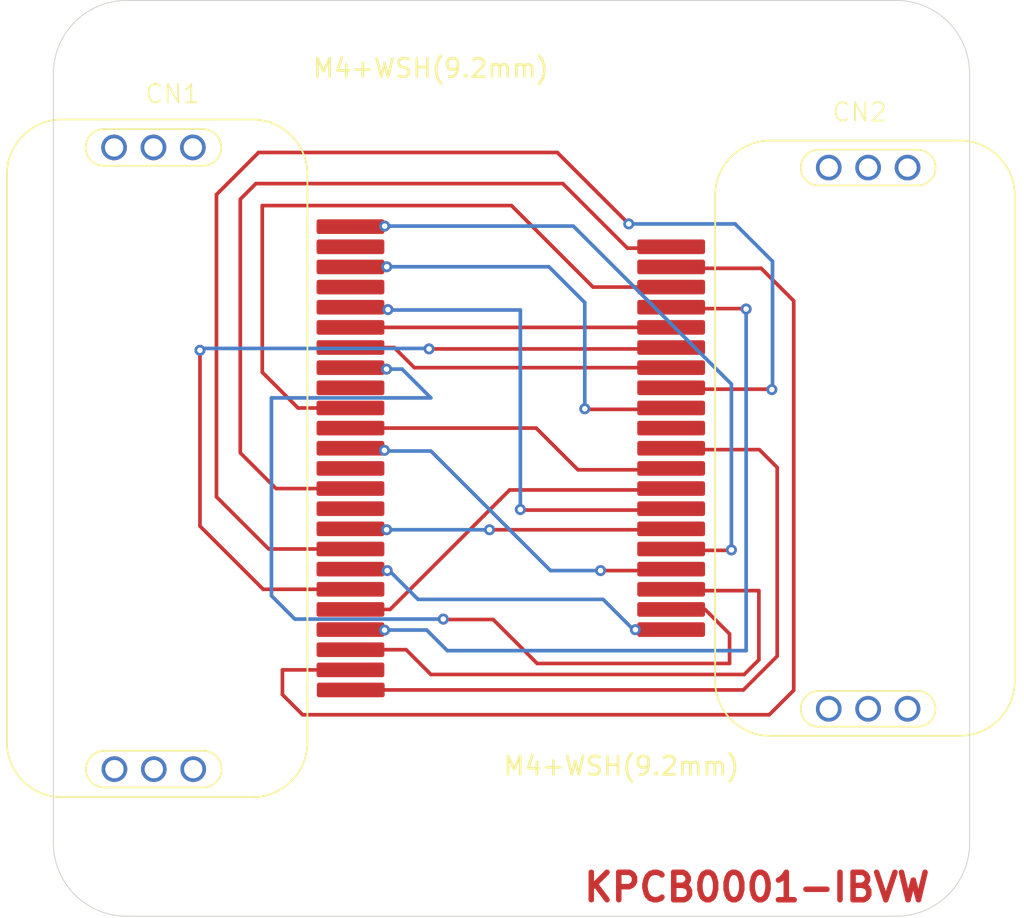
<source format=kicad_pcb>
(kicad_pcb (version 20241229) (generator "pcbnew") (generator_version "9.0")
  (layers (0 "F.Cu" signal) (2 "B.Cu" signal) (13 "F.Paste" user) (15 "B.Paste" user) (5 "F.SilkS" user "F.Silkscreen") (7 "B.SilkS" user "B.Silkscreen") (1 "F.Mask" user) (3 "B.Mask" user) (25 "Edge.Cuts" user))
  (net 0 "")
  (net 1 "/CELL_IN_1(-)_GND")
  (net 2 "CELL_IN_9")
  (net 3 "/TEMP_2")
  (net 4 "CELL_IN_6")
  (net 5 "CELL_IN_7")
  (net 6 "CELL_IN_5")
  (net 8 "CELL_IN_2")
  (net 9 "/CELL_IN_1")
  (net 10 "CELL_IN_10")
  (net 11 "CELL_IN_11")
  (net 12 "/CELL_IN_3")
  (net 13 "/TEMP_GND_2")
  (net 14 "CELL_IN_1(-)")
  (net 15 "CELL_IN_12_PWR")
  (net 16 "/TEMP_GND_1")
  (net 17 "/TEMP_1")
  (net 19 "CELL_IN_12")
  (net 20 "CELL_IN_4")
  (net 21 "CELL_IN_8")
  (footprint "MountingHole:MountingHole_4.3mm_M4" (layer "F.Cu") (at 174.4 86.8)
    (property "Reference" "M4+WSH(9.2mm)" (at -11.8 -1.1 0) (layer "F.SilkS"))
    (property "Value" "MountingHole_4.3mm_M4")
    (pad "" np_thru_hole circle (at 0 0) (size 4.3 4.3) (drill 4.3) (layers "*.Cu" "*.Mask"))
  )
  (footprint "Library:GT25H2-24DP-2.2H(99)" (layer "F.Cu") (at 160.4625 107 -90)
    (property "Reference" "CN1" (at -19.9 11.9625 0) (layer "F.SilkS") (effects (font (thickness 0.1))))
    (property "Value" "GT25H2-24DP-2.2H")
    (fp_line (start 15.5 21) (end -15.5 21) (stroke (width 0.1)) (layer "F.SilkS"))
    (fp_line (start -18.5 18) (end -18.5 7.6) (stroke (width 0.1)) (layer "F.SilkS"))
    (fp_line (start -17.975 15.7) (end -17.975 10.351249) (stroke (width 0.1)) (layer "F.SilkS"))
    (fp_line (start 15.97 15.68) (end 15.97 10.331249) (stroke (width 0.1)) (layer "F.SilkS"))
    (fp_line (start -15.975 10.351244) (end -15.975 15.7) (stroke (width 0.1)) (layer "F.SilkS"))
    (fp_line (start 17.97 10.331244) (end 17.97 15.68) (stroke (width 0.1)) (layer "F.SilkS"))
    (fp_line (start 18.5 7.6) (end 18.5 18) (stroke (width 0.1)) (layer "F.SilkS"))
    (fp_line (start -15.5 4.6) (end 15.5 4.6) (stroke (width 0.1)) (layer "F.SilkS"))
    (fp_arc (start -15.5 21) (mid -17.62132 20.12132) (end -18.5 18) (stroke (width 0.1)) (layer "F.SilkS"))
    (fp_arc (start 18.5 18) (mid 17.62132 20.12132) (end 15.5 21) (stroke (width 0.1)) (layer "F.SilkS"))
    (fp_arc (start -15.975 15.7) (mid -16.975 16.7) (end -17.975 15.7) (stroke (width 0.1)) (layer "F.SilkS"))
    (fp_arc (start 17.97 15.68) (mid 16.97 16.68) (end 15.97 15.68) (stroke (width 0.1)) (layer "F.SilkS"))
    (fp_arc (start -17.975 10.351249) (mid -16.975 9.3) (end -15.975 10.351249) (stroke (width 0.1)) (layer "F.SilkS"))
    (fp_arc (start 15.97 10.331249) (mid 16.97 9.28) (end 17.97 10.331249) (stroke (width 0.1)) (layer "F.SilkS"))
    (fp_arc (start -18.5 7.6) (mid -17.62132 5.47868) (end -15.5 4.6) (stroke (width 0.1)) (layer "F.SilkS"))
    (fp_arc (start 15.5 4.6) (mid 17.62132 5.47868) (end 18.5 7.6) (stroke (width 0.1)) (layer "F.SilkS"))
    (pad "" np_thru_hole circle (at -16.975 10.85 270) (size 1.4 1.4) (drill 1) (layers "*.Cu" "*.Mask"))
    (pad "" np_thru_hole circle (at -16.975 13 270) (size 1.4 1.4) (drill 1) (layers "*.Cu" "*.Mask"))
    (pad "" np_thru_hole circle (at -16.975 15.15 270) (size 1.4 1.4) (drill 1) (layers "*.Cu" "*.Mask"))
    (pad "" np_thru_hole circle (at 16.97 10.83 270) (size 1.4 1.4) (drill 1) (layers "*.Cu" "*.Mask"))
    (pad "" np_thru_hole circle (at 16.97 12.98 270) (size 1.4 1.4) (drill 1) (layers "*.Cu" "*.Mask"))
    (pad "" np_thru_hole circle (at 16.97 15.13 270) (size 1.4 1.4) (drill 1) (layers "*.Cu" "*.Mask"))
    (pad "1" smd roundrect (at 11.55 2.25 270) (size 0.8 3.7) (layers "F.Cu" "F.Mask" "F.Paste") (roundrect_rratio 0.15) (net 17 "/TEMP_1"))
    (pad "2" smd roundrect (at 9.35 2.25 270) (size 0.8 3.7) (layers "F.Cu" "F.Mask" "F.Paste") (roundrect_rratio 0.15) (net 3 "/TEMP_2"))
    (pad "3" smd roundrect (at 7.15 2.25 270) (size 0.8 3.7) (layers "F.Cu" "F.Mask" "F.Paste") (roundrect_rratio 0.15) (net 16 "/TEMP_GND_1"))
    (pad "4" smd roundrect (at 4.95 2.25 270) (size 0.8 3.7) (layers "F.Cu" "F.Mask" "F.Paste") (roundrect_rratio 0.15) (net 13 "/TEMP_GND_2"))
    (pad "5" smd roundrect (at 2.75 2.25 270) (size 0.8 3.7) (layers "F.Cu" "F.Mask" "F.Paste") (roundrect_rratio 0.15))
    (pad "6" smd roundrect (at 0.55 2.25 270) (size 0.8 3.7) (layers "F.Cu" "F.Mask" "F.Paste") (roundrect_rratio 0.15))
    (pad "7" smd roundrect (at -1.65 2.25 270) (size 0.8 3.7) (layers "F.Cu" "F.Mask" "F.Paste") (roundrect_rratio 0.15) (net 1 "/CELL_IN_1(-)_GND"))
    (pad "8" smd roundrect (at -3.85 2.25 270) (size 0.8 3.7) (layers "F.Cu" "F.Mask" "F.Paste") (roundrect_rratio 0.15))
    (pad "9" smd roundrect (at -6.05 2.25 270) (size 0.8 3.7) (layers "F.Cu" "F.Mask" "F.Paste") (roundrect_rratio 0.15) (net 14 "CELL_IN_1(-)"))
    (pad "10" smd roundrect (at -8.25 2.25 270) (size 0.8 3.7) (layers "F.Cu" "F.Mask" "F.Paste") (roundrect_rratio 0.15) (net 9 "/CELL_IN_1"))
    (pad "11" smd roundrect (at -10.45 2.25 270) (size 0.8 3.7) (layers "F.Cu" "F.Mask" "F.Paste") (roundrect_rratio 0.15) (net 8 "CELL_IN_2"))
    (pad "12" smd roundrect (at -12.65 2.25 270) (size 0.8 3.7) (layers "F.Cu" "F.Mask" "F.Paste") (roundrect_rratio 0.15) (net 12 "/CELL_IN_3"))
    (pad "13" smd roundrect (at 12.646229 2.234045 270) (size 0.8 3.7) (layers "F.Cu" "F.Mask" "F.Paste") (roundrect_rratio 0.15) (net 20 "CELL_IN_4"))
    (pad "14" smd roundrect (at 10.45 2.25 270) (size 0.8 3.7) (layers "F.Cu" "F.Mask" "F.Paste") (roundrect_rratio 0.15) (net 6 "CELL_IN_5"))
    (pad "15" smd roundrect (at 8.25 2.25 270) (size 0.8 3.7) (layers "F.Cu" "F.Mask" "F.Paste") (roundrect_rratio 0.15) (net 4 "CELL_IN_6"))
    (pad "16" smd roundrect (at 6.05 2.25 270) (size 0.8 3.7) (layers "F.Cu" "F.Mask" "F.Paste") (roundrect_rratio 0.15) (net 5 "CELL_IN_7"))
    (pad "17" smd roundrect (at 3.85 2.25 270) (size 0.8 3.7) (layers "F.Cu" "F.Mask" "F.Paste") (roundrect_rratio 0.15) (net 21 "CELL_IN_8"))
    (pad "18" smd roundrect (at 1.65 2.25 270) (size 0.8 3.7) (layers "F.Cu" "F.Mask" "F.Paste") (roundrect_rratio 0.15) (net 2 "CELL_IN_9"))
    (pad "19" smd roundrect (at -0.55 2.25 270) (size 0.8 3.7) (layers "F.Cu" "F.Mask" "F.Paste") (roundrect_rratio 0.15) (net 10 "CELL_IN_10"))
    (pad "20" smd roundrect (at -2.75 2.25 270) (size 0.8 3.7) (layers "F.Cu" "F.Mask" "F.Paste") (roundrect_rratio 0.15) (net 11 "CELL_IN_11"))
    (pad "21" smd roundrect (at -4.95 2.25 270) (size 0.8 3.7) (layers "F.Cu" "F.Mask" "F.Paste") (roundrect_rratio 0.15) (net 19 "CELL_IN_12"))
    (pad "22" smd roundrect (at -7.15 2.25 270) (size 0.8 3.7) (layers "F.Cu" "F.Mask" "F.Paste") (roundrect_rratio 0.15) (net 15 "CELL_IN_12_PWR"))
    (pad "23" smd roundrect (at -9.35 2.25 270) (size 0.8 3.7) (layers "F.Cu" "F.Mask" "F.Paste") (roundrect_rratio 0.15))
    (pad "24" smd roundrect (at -11.55 2.25 270) (size 0.8 3.7) (layers "F.Cu" "F.Mask" "F.Paste") (roundrect_rratio 0.15))
  )
  (footprint "Library:GT25H2-20DP-2.2H(99)" (layer "F.Cu") (at 173.4625 105.9 90)
    (property "Reference" "CN2" (at 17.8 12.5375 0) (layer "F.SilkS") (effects (font (thickness 0.1))))
    (property "Value" "GT25H2-20DP-2.2H")
    (fp_line (start -13.25 4.65) (end 13.25 4.65) (stroke (width 0.1)) (layer "F.SilkS"))
    (fp_line (start 16.25 7.65) (end 16.25 18) (stroke (width 0.1)) (layer "F.SilkS"))
    (fp_line (start 15.749591 10.358665) (end 15.75 15.7) (stroke (width 0.1)) (layer "F.SilkS"))
    (fp_line (start -13.800409 10.358665) (end -13.8 15.7) (stroke (width 0.1)) (layer "F.SilkS"))
    (fp_line (start 13.8 15.7) (end 13.8 10.351249) (stroke (width 0.1)) (layer "F.SilkS"))
    (fp_line (start -15.75 15.7) (end -15.75 10.351249) (stroke (width 0.1)) (layer "F.SilkS"))
    (fp_line (start -16.25 18) (end -16.25 7.65) (stroke (width 0.1)) (layer "F.SilkS"))
    (fp_line (start 13.25 21) (end -13.25 21) (stroke (width 0.1)) (layer "F.SilkS"))
    (fp_arc (start 13.25 4.65) (mid 15.37132 5.52868) (end 16.25 7.65) (stroke (width 0.1)) (layer "F.SilkS"))
    (fp_arc (start -16.25 7.65) (mid -15.37132 5.52868) (end -13.25 4.65) (stroke (width 0.1)) (layer "F.SilkS"))
    (fp_arc (start 13.8 10.351249) (mid 14.778714 9.324975) (end 15.749591 10.358665) (stroke (width 0.1)) (layer "F.SilkS"))
    (fp_arc (start -15.75 10.351249) (mid -14.771286 9.324975) (end -13.800409 10.358665) (stroke (width 0.1)) (layer "F.SilkS"))
    (fp_arc (start 15.75 15.7) (mid 14.775 16.675) (end 13.8 15.7) (stroke (width 0.1)) (layer "F.SilkS"))
    (fp_arc (start -13.8 15.7) (mid -14.775 16.675) (end -15.75 15.7) (stroke (width 0.1)) (layer "F.SilkS"))
    (fp_arc (start 16.25 18) (mid 15.37132 20.12132) (end 13.25 21) (stroke (width 0.1)) (layer "F.SilkS"))
    (fp_arc (start -13.25 21) (mid -15.37132 20.12132) (end -16.25 18) (stroke (width 0.1)) (layer "F.SilkS"))
    (pad "" np_thru_hole circle (at -14.775 10.85 90) (size 1.4 1.4) (drill 1) (layers "*.Cu" "*.Mask"))
    (pad "" np_thru_hole circle (at -14.775 13 90) (size 1.4 1.4) (drill 1) (layers "*.Cu" "*.Mask"))
    (pad "" np_thru_hole circle (at -14.775 15.15 90) (size 1.4 1.4) (drill 1) (layers "*.Cu" "*.Mask"))
    (pad "" np_thru_hole circle (at 14.775 10.85 90) (size 1.4 1.4) (drill 1) (layers "*.Cu" "*.Mask"))
    (pad "" np_thru_hole circle (at 14.775 13 90) (size 1.4 1.4) (drill 1) (layers "*.Cu" "*.Mask"))
    (pad "" np_thru_hole circle (at 14.775 15.15 90) (size 1.4 1.4) (drill 1) (layers "*.Cu" "*.Mask"))
    (pad "1" smd roundrect (at 9.35 2.25 90) (size 0.8 3.7) (layers "F.Cu" "F.Mask" "F.Paste") (roundrect_rratio 0.15) (net 17 "/TEMP_1"))
    (pad "2" smd roundrect (at 7.15 2.25 90) (size 0.8 3.7) (layers "F.Cu" "F.Mask" "F.Paste") (roundrect_rratio 0.15) (net 3 "/TEMP_2"))
    (pad "3" smd roundrect (at 4.95 2.25 90) (size 0.8 3.7) (layers "F.Cu" "F.Mask" "F.Paste") (roundrect_rratio 0.15) (net 16 "/TEMP_GND_1"))
    (pad "4" smd roundrect (at 2.75 2.25 90) (size 0.8 3.7) (layers "F.Cu" "F.Mask" "F.Paste") (roundrect_rratio 0.15) (net 13 "/TEMP_GND_2"))
    (pad "5" smd roundrect (at 0.55 2.25 90) (size 0.8 3.7) (layers "F.Cu" "F.Mask" "F.Paste") (roundrect_rratio 0.15))
    (pad "6" smd roundrect (at -1.65 2.25 90) (size 0.8 3.7) (layers "F.Cu" "F.Mask" "F.Paste") (roundrect_rratio 0.15) (net 1 "/CELL_IN_1(-)_GND"))
    (pad "7" smd roundrect (at -3.85 2.25 90) (size 0.8 3.7) (layers "F.Cu" "F.Mask" "F.Paste") (roundrect_rratio 0.15) (net 9 "/CELL_IN_1"))
    (pad "8" smd roundrect (at -6.05 2.25 90) (size 0.8 3.7) (layers "F.Cu" "F.Mask" "F.Paste") (roundrect_rratio 0.15) (net 12 "/CELL_IN_3"))
    (pad "9" smd roundrect (at -8.25 2.25 90) (size 0.8 3.7) (layers "F.Cu" "F.Mask" "F.Paste") (roundrect_rratio 0.15) (net 6 "CELL_IN_5"))
    (pad "10" smd roundrect (at -10.45 2.25 90) (size 0.8 3.7) (layers "F.Cu" "F.Mask" "F.Paste") (roundrect_rratio 0.15) (net 5 "CELL_IN_7"))
    (pad "11" smd roundrect (at 10.45 2.25 90) (size 0.8 3.7) (layers "F.Cu" "F.Mask" "F.Paste") (roundrect_rratio 0.15) (net 2 "CELL_IN_9"))
    (pad "12" smd roundrect (at 8.25 2.25 90) (size 0.8 3.7) (layers "F.Cu" "F.Mask" "F.Paste") (roundrect_rratio 0.15) (net 11 "CELL_IN_11"))
    (pad "13" smd roundrect (at 6.05 2.25 90) (size 0.8 3.7) (layers "F.Cu" "F.Mask" "F.Paste") (roundrect_rratio 0.15) (net 15 "CELL_IN_12_PWR"))
    (pad "14" smd roundrect (at 3.85 2.25 90) (size 0.8 3.7) (layers "F.Cu" "F.Mask" "F.Paste") (roundrect_rratio 0.15) (net 14 "CELL_IN_1(-)"))
    (pad "15" smd roundrect (at 1.65 2.25 90) (size 0.8 3.7) (layers "F.Cu" "F.Mask" "F.Paste") (roundrect_rratio 0.15) (net 8 "CELL_IN_2"))
    (pad "16" smd roundrect (at -0.55 2.25 90) (size 0.8 3.7) (layers "F.Cu" "F.Mask" "F.Paste") (roundrect_rratio 0.15) (net 20 "CELL_IN_4"))
    (pad "17" smd roundrect (at -2.75 2.25 90) (size 0.8 3.7) (layers "F.Cu" "F.Mask" "F.Paste") (roundrect_rratio 0.15) (net 4 "CELL_IN_6"))
    (pad "18" smd roundrect (at -4.95 2.25 90) (size 0.8 3.7) (layers "F.Cu" "F.Mask" "F.Paste") (roundrect_rratio 0.15) (net 21 "CELL_IN_8"))
    (pad "19" smd roundrect (at -7.15 2.25 90) (size 0.8 3.7) (layers "F.Cu" "F.Mask" "F.Paste") (roundrect_rratio 0.15) (net 10 "CELL_IN_10"))
    (pad "20" smd roundrect (at -9.35 2.25 90) (size 0.8 3.7) (layers "F.Cu" "F.Mask" "F.Paste") (roundrect_rratio 0.15) (net 19 "CELL_IN_12"))
  )
  (footprint "MountingHole:MountingHole_4.3mm_M4" (layer "F.Cu") (at 161.1 126)
    (property "Reference" "M4+WSH(9.2mm)" (at 11.9 -2.2 0) (layer "F.SilkS"))
    (property "Value" "MountingHole_4.3mm_M4")
    (pad "" np_thru_hole circle (at 0 0) (size 4.3 4.3) (drill 4.3) (layers "*.Cu" "*.Mask"))
  )
  (gr_arc (start 192 128) (mid 190.828427 130.828427) (end 188 132) (stroke (width 0.05)) (layer "Edge.Cuts"))
  (gr_arc (start 146 132) (mid 143.171573 130.828427) (end 142 128) (stroke (width 0.05)) (layer "Edge.Cuts"))
  (gr_line (start 192 86) (end 192 128) (stroke (width 0.05)) (layer "Edge.Cuts"))
  (gr_arc (start 188 82) (mid 190.828427 83.171573) (end 192 86) (stroke (width 0.05)) (layer "Edge.Cuts"))
  (gr_line (start 146 82) (end 188 82) (stroke (width 0.05)) (layer "Edge.Cuts"))
  (gr_arc (start 142 86) (mid 143.171573 83.171573) (end 146 82) (stroke (width 0.05)) (layer "Edge.Cuts"))
  (gr_line (start 188 132) (end 146 132) (stroke (width 0.05)) (layer "Edge.Cuts"))
  (gr_line (start 142 128) (end 142 86) (stroke (width 0.05)) (layer "Edge.Cuts"))
  (gr_text "KPCB0001-IBVW" (at 170.8 131.3 0) (layer "F.Cu") (effects (font (size 1.5 1.5) (thickness 0.3) (bold yes)) (justify left bottom)))
  (segment (start 168.35 105.35) (end 158.2125 105.35) (width 0.2) (layer "F.Cu") (net 1))
  (segment (start 170.625 107.625) (end 175.6125 107.625) (width 0.2) (layer "F.Cu") (net 1))
  (segment (start 170.625 107.625) (end 168.35 105.35) (width 0.2) (layer "F.Cu") (net 1))
  (segment (start 152.2 106.7) (end 152.2 92.852942) (width 0.2) (layer "F.Cu") (net 2))
  (segment (start 173.325 95.525) (end 175.6125 95.525) (width 0.2) (layer "F.Cu") (net 2))
  (segment (start 153.052942 92) (end 169.8 92) (width 0.2) (layer "F.Cu") (net 2))
  (segment (start 169.8 92) (end 173.325 95.525) (width 0.2) (layer "F.Cu") (net 2))
  (segment (start 154.15 108.65) (end 152.2 106.7) (width 0.2) (layer "F.Cu") (net 2))
  (segment (start 152.2 92.852942) (end 153.052942 92) (width 0.2) (layer "F.Cu") (net 2))
  (segment (start 158.2125 108.65) (end 154.15 108.65) (width 0.2) (layer "F.Cu") (net 2))
  (segment (start 175.6125 98.825) (end 179.783716 98.825) (width 0.2) (layer "F.Cu") (net 3))
  (segment (start 179.783716 98.825) (end 179.804636 98.84592) (width 0.2) (layer "F.Cu") (net 3))
  (via (at 179.804636 98.84592) (size 0.6) (drill 0.3) (layers "F.Cu" "B.Cu") (net 3))
  (via (at 160.071379 116.378534) (size 0.6) (drill 0.3) (layers "F.Cu" "B.Cu") (net 3))
  (segment (start 162.375851 116.375851) (end 163.5 117.5) (width 0.2) (layer "B.Cu") (net 3))
  (segment (start 179.804636 117.5) (end 179.804636 98.84592) (width 0.2) (layer "B.Cu") (net 3))
  (segment (start 163.5 117.5) (end 179.804636 117.5) (width 0.2) (layer "B.Cu") (net 3))
  (segment (start 160.074062 116.375851) (end 162.375851 116.375851) (width 0.2) (layer "B.Cu") (net 3))
  (segment (start 160.071379 116.378534) (end 160.074062 116.375851) (width 0.2) (layer "B.Cu") (net 3))
  (segment (start 166.9 108.725) (end 160.375 115.25) (width 0.2) (layer "F.Cu") (net 4))
  (segment (start 166.9 108.725) (end 175.6125 108.725) (width 0.2) (layer "F.Cu") (net 4))
  (segment (start 160.375 115.25) (end 158.2125 115.25) (width 0.2) (layer "F.Cu") (net 4))
  (segment (start 175.5375 116.5) (end 175.6125 116.425) (width 0.2) (layer "F.Cu") (net 5))
  (via (at 173.760646 116.357241) (size 0.6) (drill 0.3) (layers "F.Cu" "B.Cu") (net 5))
  (via (at 160.216831 113.130495) (size 0.6) (drill 0.3) (layers "F.Cu" "B.Cu") (net 5))
  (segment (start 173.657241 116.357241) (end 172 114.7) (width 0.2) (layer "B.Cu") (net 5))
  (segment (start 160.330495 113.130495) (end 160.216831 113.130495) (width 0.2) (layer "B.Cu") (net 5))
  (segment (start 161.9 114.7) (end 160.330495 113.130495) (width 0.2) (layer "B.Cu") (net 5))
  (segment (start 173.760646 116.357241) (end 173.657241 116.357241) (width 0.2) (layer "B.Cu") (net 5))
  (segment (start 172 114.7) (end 161.9 114.7) (width 0.2) (layer "B.Cu") (net 5))
  (segment (start 162.6 118.8) (end 161.25 117.45) (width 0.2) (layer "F.Cu") (net 6))
  (segment (start 179.7 118.8) (end 162.6 118.8) (width 0.2) (layer "F.Cu") (net 6))
  (segment (start 161.25 117.45) (end 158.2125 117.45) (width 0.2) (layer "F.Cu") (net 6))
  (segment (start 180.5 118) (end 179.7 118.8) (width 0.2) (layer "F.Cu") (net 6))
  (segment (start 180.5 114.225) (end 180.5 118) (width 0.2) (layer "F.Cu") (net 6))
  (segment (start 175.6125 114.225) (end 180.5 114.225) (width 0.2) (layer "F.Cu") (net 6))
  (segment (start 171.175 104.325) (end 175.6125 104.325) (width 0.2) (layer "F.Cu") (net 8))
  (segment (start 171 104.29456) (end 171.14456 104.29456) (width 0.2) (layer "F.Cu") (net 8))
  (segment (start 171.14456 104.29456) (end 171.175 104.325) (width 0.2) (layer "F.Cu") (net 8))
  (via (at 160.192728 96.540094) (size 0.6) (drill 0.3) (layers "F.Cu" "B.Cu") (net 8))
  (via (at 171 104.29456) (size 0.6) (drill 0.3) (layers "F.Cu" "B.Cu") (net 8))
  (segment (start 171 98.5) (end 171 104.29456) (width 0.2) (layer "B.Cu") (net 8))
  (segment (start 160.192728 96.540094) (end 169.040094 96.540094) (width 0.2) (layer "B.Cu") (net 8))
  (segment (start 169.040094 96.540094) (end 171 98.5) (width 0.2) (layer "B.Cu") (net 8))
  (segment (start 167.48288 109.795084) (end 167.645084 109.795084) (width 0.2) (layer "F.Cu") (net 9))
  (segment (start 167.645084 109.795084) (end 167.675 109.825) (width 0.2) (layer "F.Cu") (net 9))
  (segment (start 167.675 109.825) (end 175.6125 109.825) (width 0.2) (layer "F.Cu") (net 9))
  (via (at 160.256658 98.879257) (size 0.6) (drill 0.3) (layers "F.Cu" "B.Cu") (net 9))
  (via (at 167.48288 109.795084) (size 0.6) (drill 0.3) (layers "F.Cu" "B.Cu") (net 9))
  (segment (start 160.256658 98.879257) (end 160.277401 98.9) (width 0.2) (layer "B.Cu") (net 9))
  (segment (start 160.277401 98.9) (end 167.48288 98.9) (width 0.2) (layer "B.Cu") (net 9))
  (segment (start 167.48288 98.9) (end 167.48288 109.795084) (width 0.2) (layer "B.Cu") (net 9))
  (segment (start 175.6125 113.125) (end 175.609101 113.128399) (width 0.2) (layer "F.Cu") (net 10))
  (segment (start 175.609101 113.128399) (end 171.859518 113.128399) (width 0.2) (layer "F.Cu") (net 10))
  (via (at 160.066598 106.563536) (size 0.6) (drill 0.3) (layers "F.Cu" "B.Cu") (net 10))
  (via (at 171.859518 113.128399) (size 0.6) (drill 0.3) (layers "F.Cu" "B.Cu") (net 10))
  (segment (start 160.217955 106.6) (end 162.6 106.6) (width 0.2) (layer "B.Cu") (net 10))
  (segment (start 169.128399 113.128399) (end 171.859518 113.128399) (width 0.2) (layer "B.Cu") (net 10))
  (segment (start 162.6 106.6) (end 169.128399 113.128399) (width 0.2) (layer "B.Cu") (net 10))
  (segment (start 160.181491 106.563536) (end 160.217955 106.6) (width 0.2) (layer "B.Cu") (net 10))
  (segment (start 160.066598 106.563536) (end 160.181491 106.563536) (width 0.2) (layer "B.Cu") (net 10))
  (segment (start 153.4 102.3) (end 153.4 93.2) (width 0.2) (layer "F.Cu") (net 11))
  (segment (start 155.35 104.25) (end 153.4 102.3) (width 0.2) (layer "F.Cu") (net 11))
  (segment (start 158.2125 104.25) (end 155.35 104.25) (width 0.2) (layer "F.Cu") (net 11))
  (segment (start 153.4 93.2) (end 167 93.2) (width 0.2) (layer "F.Cu") (net 11))
  (segment (start 171.45 97.65) (end 175.7125 97.65) (width 0.2) (layer "F.Cu") (net 11))
  (segment (start 167 93.2) (end 171.45 97.65) (width 0.2) (layer "F.Cu") (net 11))
  (segment (start 179 112) (end 178.975 112.025) (width 0.2) (layer "F.Cu") (net 12))
  (segment (start 178.975 112.025) (end 175.6125 112.025) (width 0.2) (layer "F.Cu") (net 12))
  (segment (start 160.080747 94.320949) (end 160.082575 94.319121) (width 0.2) (layer "F.Cu") (net 12))
  (segment (start 158.24226 94.32024) (end 158.2125 94.35) (width 0.2) (layer "F.Cu") (net 12))
  (via (at 160.080747 94.320949) (size 0.6) (drill 0.3) (layers "F.Cu" "B.Cu") (net 12))
  (via (at 179 112) (size 0.6) (drill 0.3) (layers "F.Cu" "B.Cu") (net 12))
  (segment (start 170.370481 94.319121) (end 179 102.94864) (width 0.2) (layer "B.Cu") (net 12))
  (segment (start 179 102.94864) (end 179 112) (width 0.2) (layer "B.Cu") (net 12))
  (segment (start 160.080747 94.320949) (end 160.082575 94.319121) (width 0.2) (layer "B.Cu") (net 12))
  (segment (start 160.082575 94.319121) (end 170.370481 94.319121) (width 0.2) (layer "B.Cu") (net 12))
  (segment (start 169.5 90.3) (end 153.2 90.3) (width 0.2) (layer "F.Cu") (net 13))
  (segment (start 181.207913 103.246433) (end 181.18648 103.225) (width 0.2) (layer "F.Cu") (net 13))
  (segment (start 181.18648 103.225) (end 175.6125 103.225) (width 0.2) (layer "F.Cu") (net 13))
  (segment (start 150.9 92.6) (end 150.9 109.1) (width 0.2) (layer "F.Cu") (net 13))
  (segment (start 153.2 90.3) (end 150.9 92.6) (width 0.2) (layer "F.Cu") (net 13))
  (segment (start 173.4 94.2) (end 169.5 90.3) (width 0.2) (layer "F.Cu") (net 13))
  (segment (start 150.9 109.1) (end 153.75 111.95) (width 0.2) (layer "F.Cu") (net 13))
  (segment (start 153.75 111.95) (end 158.2125 111.95) (width 0.2) (layer "F.Cu") (net 13))
  (via (at 173.4 94.2) (size 0.6) (drill 0.3) (layers "F.Cu" "B.Cu") (net 13))
  (via (at 181.207913 103.246433) (size 0.6) (drill 0.3) (layers "F.Cu" "B.Cu") (net 13))
  (segment (start 181.244716 96.244716) (end 181.244716 103.20963) (width 0.2) (layer "B.Cu") (net 13))
  (segment (start 181.244716 103.20963) (end 181.207913 103.246433) (width 0.2) (layer "B.Cu") (net 13))
  (segment (start 179.2 94.2) (end 181.244716 96.244716) (width 0.2) (layer "B.Cu") (net 13))
  (segment (start 173.4 94.2) (end 179.2 94.2) (width 0.2) (layer "B.Cu") (net 13))
  (segment (start 160.600057 100.95) (end 161.700057 102.05) (width 0.2) (layer "F.Cu") (net 14))
  (segment (start 158.2125 100.95) (end 160.600057 100.95) (width 0.2) (layer "F.Cu") (net 14))
  (segment (start 161.700057 102.05) (end 175.7125 102.05) (width 0.2) (layer "F.Cu") (net 14))
  (segment (start 158.2125 99.85) (end 175.7125 99.85) (width 0.2) (layer "F.Cu") (net 15))
  (segment (start 175.5125 99.825) (end 175.6125 99.925) (width 0.2) (layer "F.Cu") (net 15))
  (segment (start 150 110.7) (end 153.45 114.15) (width 0.2) (layer "F.Cu") (net 16))
  (segment (start 153.45 114.15) (end 158.2125 114.15) (width 0.2) (layer "F.Cu") (net 16))
  (segment (start 162.5 101.025) (end 175.6125 101.025) (width 0.2) (layer "F.Cu") (net 16))
  (segment (start 150 101.1) (end 150 110.7) (width 0.2) (layer "F.Cu") (net 16))
  (via (at 162.5 101.025) (size 0.6) (drill 0.3) (layers "F.Cu" "B.Cu") (net 16))
  (via (at 150 101.1) (size 0.6) (drill 0.3) (layers "F.Cu" "B.Cu") (net 16))
  (segment (start 162.5 101.025) (end 162.475 101) (width 0.2) (layer "B.Cu") (net 16))
  (segment (start 150.1 101) (end 150 101.1) (width 0.2) (layer "B.Cu") (net 16))
  (segment (start 162.475 101) (end 150.1 101) (width 0.2) (layer "B.Cu") (net 16))
  (segment (start 154.5 118.55) (end 158.2125 118.55) (width 0.2) (layer "F.Cu") (net 17))
  (segment (start 175.6125 96.625) (end 180.625 96.625) (width 0.2) (layer "F.Cu") (net 17))
  (segment (start 155.6 121) (end 154.5 119.9) (width 0.2) (layer "F.Cu") (net 17))
  (segment (start 182.401 98.401) (end 182.401 119.6661) (width 0.2) (layer "F.Cu") (net 17))
  (segment (start 180.625 96.625) (end 182.401 98.401) (width 0.2) (layer "F.Cu") (net 17))
  (segment (start 154.5 119.9) (end 154.5 118.55) (width 0.2) (layer "F.Cu") (net 17))
  (segment (start 182.401 119.6661) (end 181.0671 121) (width 0.2) (layer "F.Cu") (net 17))
  (segment (start 181.0671 121) (end 155.6 121) (width 0.2) (layer "F.Cu") (net 17))
  (segment (start 178.9 116.5875) (end 177.5625 115.25) (width 0.2) (layer "F.Cu") (net 19))
  (segment (start 166 115.8) (end 168.4 118.2) (width 0.2) (layer "F.Cu") (net 19))
  (segment (start 163.277534 115.777534) (end 163.3 115.8) (width 0.2) (layer "F.Cu") (net 19))
  (segment (start 178.9 118.2) (end 178.9 116.5875) (width 0.2) (layer "F.Cu") (net 19))
  (segment (start 177.5625 115.25) (end 175.7125 115.25) (width 0.2) (layer "F.Cu") (net 19))
  (segment (start 163.3 115.8) (end 166 115.8) (width 0.2) (layer "F.Cu") (net 19))
  (segment (start 168.4 118.2) (end 178.9 118.2) (width 0.2) (layer "F.Cu") (net 19))
  (via (at 160.18194 102.128792) (size 0.6) (drill 0.3) (layers "F.Cu" "B.Cu") (net 19))
  (via (at 163.277534 115.777534) (size 0.6) (drill 0.3) (layers "F.Cu" "B.Cu") (net 19))
  (segment (start 162.6 103.7) (end 161.028792 102.128792) (width 0.2) (layer "B.Cu") (net 19))
  (segment (start 161.028792 102.128792) (end 160.18194 102.128792) (width 0.2) (layer "B.Cu") (net 19))
  (segment (start 153.9 114.5) (end 153.9 103.7) (width 0.2) (layer "B.Cu") (net 19))
  (segment (start 155.177534 115.777534) (end 153.9 114.5) (width 0.2) (layer "B.Cu") (net 19))
  (segment (start 163.277534 115.777534) (end 155.177534 115.777534) (width 0.2) (layer "B.Cu") (net 19))
  (segment (start 153.9 103.7) (end 162.6 103.7) (width 0.2) (layer "B.Cu") (net 19))
  (segment (start 180.525 106.525) (end 181.5 107.5) (width 0.2) (layer "F.Cu") (net 20))
  (segment (start 179.65 119.65) (end 179.646229 119.646229) (width 0.2) (layer "F.Cu") (net 20))
  (segment (start 181.5 107.5) (end 181.5 117.8) (width 0.2) (layer "F.Cu") (net 20))
  (segment (start 181.5 117.8) (end 179.65 119.65) (width 0.2) (layer "F.Cu") (net 20))
  (segment (start 175.6125 106.525) (end 180.525 106.525) (width 0.2) (layer "F.Cu") (net 20))
  (segment (start 179.646229 119.646229) (end 158.228455 119.646229) (width 0.2) (layer "F.Cu") (net 20))
  (segment (start 165.8 110.9) (end 175.6625 110.9) (width 0.2) (layer "F.Cu") (net 21))
  (segment (start 175.6625 110.9) (end 175.7125 110.85) (width 0.2) (layer "F.Cu") (net 21))
  (via (at 165.8 110.9) (size 0.6) (drill 0.3) (layers "F.Cu" "B.Cu") (net 21))
  (via (at 160.185455 110.897523) (size 0.6) (drill 0.3) (layers "F.Cu" "B.Cu") (net 21))
  (segment (start 160.185455 110.897523) (end 160.187932 110.9) (width 0.2) (layer "B.Cu") (net 21))
  (segment (start 160.187932 110.9) (end 165.8 110.9) (width 0.2) (layer "B.Cu") (net 21))
)
</source>
